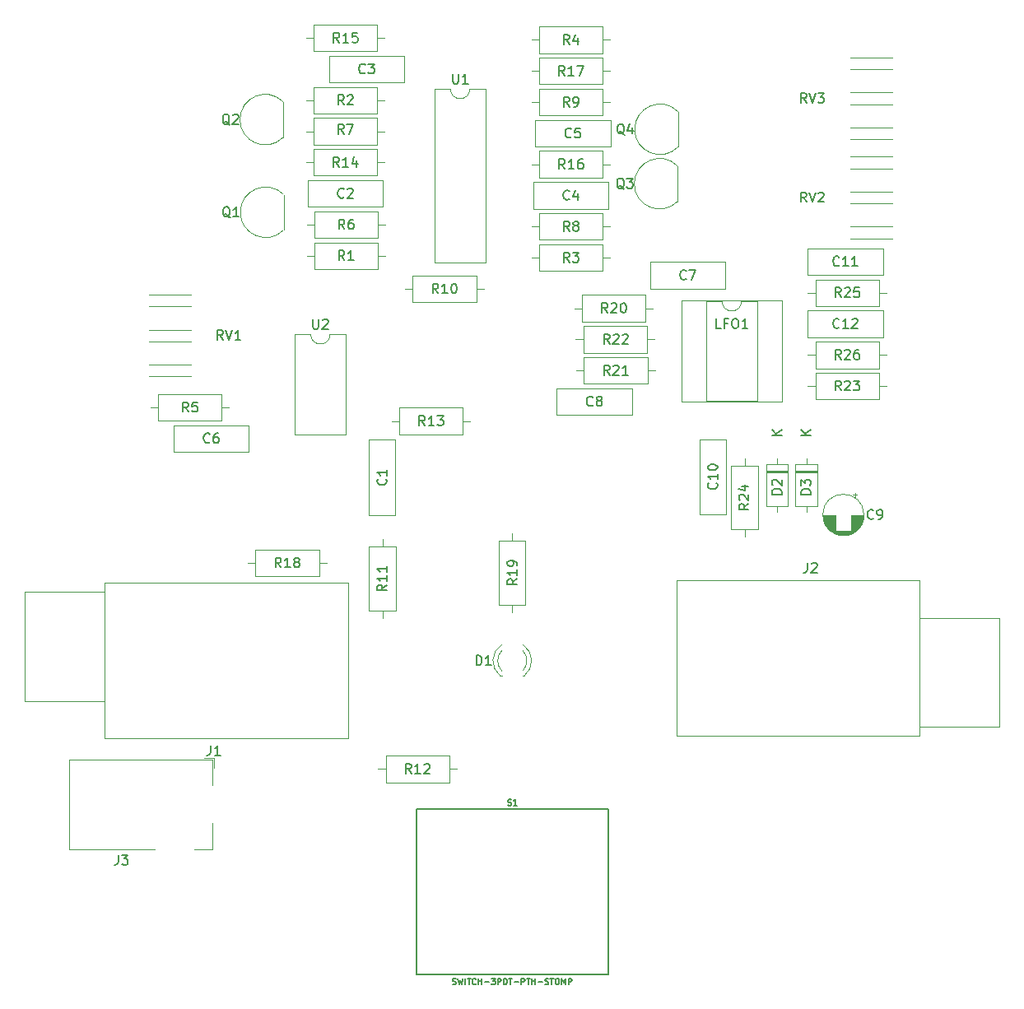
<source format=gbr>
%TF.GenerationSoftware,KiCad,Pcbnew,(6.0.1)*%
%TF.CreationDate,2022-05-04T15:38:42-04:00*%
%TF.ProjectId,phase90plusplus,70686173-6539-4307-906c-7573706c7573,rev?*%
%TF.SameCoordinates,Original*%
%TF.FileFunction,Legend,Top*%
%TF.FilePolarity,Positive*%
%FSLAX46Y46*%
G04 Gerber Fmt 4.6, Leading zero omitted, Abs format (unit mm)*
G04 Created by KiCad (PCBNEW (6.0.1)) date 2022-05-04 15:38:42*
%MOMM*%
%LPD*%
G01*
G04 APERTURE LIST*
%ADD10C,0.150000*%
%ADD11C,0.127000*%
%ADD12C,0.120000*%
%ADD13C,0.203200*%
G04 APERTURE END LIST*
D10*
%TO.C,U2*%
X198248095Y-59722380D02*
X198248095Y-60531904D01*
X198295714Y-60627142D01*
X198343333Y-60674761D01*
X198438571Y-60722380D01*
X198629047Y-60722380D01*
X198724285Y-60674761D01*
X198771904Y-60627142D01*
X198819523Y-60531904D01*
X198819523Y-59722380D01*
X199248095Y-59817619D02*
X199295714Y-59770000D01*
X199390952Y-59722380D01*
X199629047Y-59722380D01*
X199724285Y-59770000D01*
X199771904Y-59817619D01*
X199819523Y-59912857D01*
X199819523Y-60008095D01*
X199771904Y-60150952D01*
X199200476Y-60722380D01*
X199819523Y-60722380D01*
%TO.C,C11*%
X252357142Y-54157142D02*
X252309523Y-54204761D01*
X252166666Y-54252380D01*
X252071428Y-54252380D01*
X251928571Y-54204761D01*
X251833333Y-54109523D01*
X251785714Y-54014285D01*
X251738095Y-53823809D01*
X251738095Y-53680952D01*
X251785714Y-53490476D01*
X251833333Y-53395238D01*
X251928571Y-53300000D01*
X252071428Y-53252380D01*
X252166666Y-53252380D01*
X252309523Y-53300000D01*
X252357142Y-53347619D01*
X253309523Y-54252380D02*
X252738095Y-54252380D01*
X253023809Y-54252380D02*
X253023809Y-53252380D01*
X252928571Y-53395238D01*
X252833333Y-53490476D01*
X252738095Y-53538095D01*
X254261904Y-54252380D02*
X253690476Y-54252380D01*
X253976190Y-54252380D02*
X253976190Y-53252380D01*
X253880952Y-53395238D01*
X253785714Y-53490476D01*
X253690476Y-53538095D01*
%TO.C,D2*%
X246452380Y-77738095D02*
X245452380Y-77738095D01*
X245452380Y-77500000D01*
X245500000Y-77357142D01*
X245595238Y-77261904D01*
X245690476Y-77214285D01*
X245880952Y-77166666D01*
X246023809Y-77166666D01*
X246214285Y-77214285D01*
X246309523Y-77261904D01*
X246404761Y-77357142D01*
X246452380Y-77500000D01*
X246452380Y-77738095D01*
X245547619Y-76785714D02*
X245500000Y-76738095D01*
X245452380Y-76642857D01*
X245452380Y-76404761D01*
X245500000Y-76309523D01*
X245547619Y-76261904D01*
X245642857Y-76214285D01*
X245738095Y-76214285D01*
X245880952Y-76261904D01*
X246452380Y-76833333D01*
X246452380Y-76214285D01*
X246452380Y-71661904D02*
X245452380Y-71661904D01*
X246452380Y-71090476D02*
X245880952Y-71519047D01*
X245452380Y-71090476D02*
X246023809Y-71661904D01*
%TO.C,C10*%
X239757142Y-76572857D02*
X239804761Y-76620476D01*
X239852380Y-76763333D01*
X239852380Y-76858571D01*
X239804761Y-77001428D01*
X239709523Y-77096666D01*
X239614285Y-77144285D01*
X239423809Y-77191904D01*
X239280952Y-77191904D01*
X239090476Y-77144285D01*
X238995238Y-77096666D01*
X238900000Y-77001428D01*
X238852380Y-76858571D01*
X238852380Y-76763333D01*
X238900000Y-76620476D01*
X238947619Y-76572857D01*
X239852380Y-75620476D02*
X239852380Y-76191904D01*
X239852380Y-75906190D02*
X238852380Y-75906190D01*
X238995238Y-76001428D01*
X239090476Y-76096666D01*
X239138095Y-76191904D01*
X238852380Y-75001428D02*
X238852380Y-74906190D01*
X238900000Y-74810952D01*
X238947619Y-74763333D01*
X239042857Y-74715714D01*
X239233333Y-74668095D01*
X239471428Y-74668095D01*
X239661904Y-74715714D01*
X239757142Y-74763333D01*
X239804761Y-74810952D01*
X239852380Y-74906190D01*
X239852380Y-75001428D01*
X239804761Y-75096666D01*
X239757142Y-75144285D01*
X239661904Y-75191904D01*
X239471428Y-75239523D01*
X239233333Y-75239523D01*
X239042857Y-75191904D01*
X238947619Y-75144285D01*
X238900000Y-75096666D01*
X238852380Y-75001428D01*
%TO.C,R15*%
X200957142Y-31252380D02*
X200623809Y-30776190D01*
X200385714Y-31252380D02*
X200385714Y-30252380D01*
X200766666Y-30252380D01*
X200861904Y-30300000D01*
X200909523Y-30347619D01*
X200957142Y-30442857D01*
X200957142Y-30585714D01*
X200909523Y-30680952D01*
X200861904Y-30728571D01*
X200766666Y-30776190D01*
X200385714Y-30776190D01*
X201909523Y-31252380D02*
X201338095Y-31252380D01*
X201623809Y-31252380D02*
X201623809Y-30252380D01*
X201528571Y-30395238D01*
X201433333Y-30490476D01*
X201338095Y-30538095D01*
X202814285Y-30252380D02*
X202338095Y-30252380D01*
X202290476Y-30728571D01*
X202338095Y-30680952D01*
X202433333Y-30633333D01*
X202671428Y-30633333D01*
X202766666Y-30680952D01*
X202814285Y-30728571D01*
X202861904Y-30823809D01*
X202861904Y-31061904D01*
X202814285Y-31157142D01*
X202766666Y-31204761D01*
X202671428Y-31252380D01*
X202433333Y-31252380D01*
X202338095Y-31204761D01*
X202290476Y-31157142D01*
D11*
%TO.C,S1*%
X218285542Y-109702742D02*
X218372628Y-109731771D01*
X218517771Y-109731771D01*
X218575828Y-109702742D01*
X218604857Y-109673714D01*
X218633885Y-109615657D01*
X218633885Y-109557600D01*
X218604857Y-109499542D01*
X218575828Y-109470514D01*
X218517771Y-109441485D01*
X218401657Y-109412457D01*
X218343600Y-109383428D01*
X218314571Y-109354400D01*
X218285542Y-109296342D01*
X218285542Y-109238285D01*
X218314571Y-109180228D01*
X218343600Y-109151200D01*
X218401657Y-109122171D01*
X218546800Y-109122171D01*
X218633885Y-109151200D01*
X219214457Y-109731771D02*
X218866114Y-109731771D01*
X219040285Y-109731771D02*
X219040285Y-109122171D01*
X218982228Y-109209257D01*
X218924171Y-109267314D01*
X218866114Y-109296342D01*
X212610457Y-128117742D02*
X212697542Y-128146771D01*
X212842685Y-128146771D01*
X212900742Y-128117742D01*
X212929771Y-128088714D01*
X212958800Y-128030657D01*
X212958800Y-127972600D01*
X212929771Y-127914542D01*
X212900742Y-127885514D01*
X212842685Y-127856485D01*
X212726571Y-127827457D01*
X212668514Y-127798428D01*
X212639485Y-127769400D01*
X212610457Y-127711342D01*
X212610457Y-127653285D01*
X212639485Y-127595228D01*
X212668514Y-127566200D01*
X212726571Y-127537171D01*
X212871714Y-127537171D01*
X212958800Y-127566200D01*
X213162000Y-127537171D02*
X213307142Y-128146771D01*
X213423257Y-127711342D01*
X213539371Y-128146771D01*
X213684514Y-127537171D01*
X213916742Y-128146771D02*
X213916742Y-127537171D01*
X214119942Y-127537171D02*
X214468285Y-127537171D01*
X214294114Y-128146771D02*
X214294114Y-127537171D01*
X215019828Y-128088714D02*
X214990800Y-128117742D01*
X214903714Y-128146771D01*
X214845657Y-128146771D01*
X214758571Y-128117742D01*
X214700514Y-128059685D01*
X214671485Y-128001628D01*
X214642457Y-127885514D01*
X214642457Y-127798428D01*
X214671485Y-127682314D01*
X214700514Y-127624257D01*
X214758571Y-127566200D01*
X214845657Y-127537171D01*
X214903714Y-127537171D01*
X214990800Y-127566200D01*
X215019828Y-127595228D01*
X215281085Y-128146771D02*
X215281085Y-127537171D01*
X215281085Y-127827457D02*
X215629428Y-127827457D01*
X215629428Y-128146771D02*
X215629428Y-127537171D01*
X215919714Y-127914542D02*
X216384171Y-127914542D01*
X216616400Y-127537171D02*
X216993771Y-127537171D01*
X216790571Y-127769400D01*
X216877657Y-127769400D01*
X216935714Y-127798428D01*
X216964742Y-127827457D01*
X216993771Y-127885514D01*
X216993771Y-128030657D01*
X216964742Y-128088714D01*
X216935714Y-128117742D01*
X216877657Y-128146771D01*
X216703485Y-128146771D01*
X216645428Y-128117742D01*
X216616400Y-128088714D01*
X217255028Y-128146771D02*
X217255028Y-127537171D01*
X217487257Y-127537171D01*
X217545314Y-127566200D01*
X217574342Y-127595228D01*
X217603371Y-127653285D01*
X217603371Y-127740371D01*
X217574342Y-127798428D01*
X217545314Y-127827457D01*
X217487257Y-127856485D01*
X217255028Y-127856485D01*
X217864628Y-128146771D02*
X217864628Y-127537171D01*
X218009771Y-127537171D01*
X218096857Y-127566200D01*
X218154914Y-127624257D01*
X218183942Y-127682314D01*
X218212971Y-127798428D01*
X218212971Y-127885514D01*
X218183942Y-128001628D01*
X218154914Y-128059685D01*
X218096857Y-128117742D01*
X218009771Y-128146771D01*
X217864628Y-128146771D01*
X218387142Y-127537171D02*
X218735485Y-127537171D01*
X218561314Y-128146771D02*
X218561314Y-127537171D01*
X218938685Y-127914542D02*
X219403142Y-127914542D01*
X219693428Y-128146771D02*
X219693428Y-127537171D01*
X219925657Y-127537171D01*
X219983714Y-127566200D01*
X220012742Y-127595228D01*
X220041771Y-127653285D01*
X220041771Y-127740371D01*
X220012742Y-127798428D01*
X219983714Y-127827457D01*
X219925657Y-127856485D01*
X219693428Y-127856485D01*
X220215942Y-127537171D02*
X220564285Y-127537171D01*
X220390114Y-128146771D02*
X220390114Y-127537171D01*
X220767485Y-128146771D02*
X220767485Y-127537171D01*
X220767485Y-127827457D02*
X221115828Y-127827457D01*
X221115828Y-128146771D02*
X221115828Y-127537171D01*
X221406114Y-127914542D02*
X221870571Y-127914542D01*
X222131828Y-128117742D02*
X222218914Y-128146771D01*
X222364057Y-128146771D01*
X222422114Y-128117742D01*
X222451142Y-128088714D01*
X222480171Y-128030657D01*
X222480171Y-127972600D01*
X222451142Y-127914542D01*
X222422114Y-127885514D01*
X222364057Y-127856485D01*
X222247942Y-127827457D01*
X222189885Y-127798428D01*
X222160857Y-127769400D01*
X222131828Y-127711342D01*
X222131828Y-127653285D01*
X222160857Y-127595228D01*
X222189885Y-127566200D01*
X222247942Y-127537171D01*
X222393085Y-127537171D01*
X222480171Y-127566200D01*
X222654342Y-127537171D02*
X223002685Y-127537171D01*
X222828514Y-128146771D02*
X222828514Y-127537171D01*
X223322000Y-127537171D02*
X223438114Y-127537171D01*
X223496171Y-127566200D01*
X223554228Y-127624257D01*
X223583257Y-127740371D01*
X223583257Y-127943571D01*
X223554228Y-128059685D01*
X223496171Y-128117742D01*
X223438114Y-128146771D01*
X223322000Y-128146771D01*
X223263942Y-128117742D01*
X223205885Y-128059685D01*
X223176857Y-127943571D01*
X223176857Y-127740371D01*
X223205885Y-127624257D01*
X223263942Y-127566200D01*
X223322000Y-127537171D01*
X223844514Y-128146771D02*
X223844514Y-127537171D01*
X224047714Y-127972600D01*
X224250914Y-127537171D01*
X224250914Y-128146771D01*
X224541200Y-128146771D02*
X224541200Y-127537171D01*
X224773428Y-127537171D01*
X224831485Y-127566200D01*
X224860514Y-127595228D01*
X224889542Y-127653285D01*
X224889542Y-127740371D01*
X224860514Y-127798428D01*
X224831485Y-127827457D01*
X224773428Y-127856485D01*
X224541200Y-127856485D01*
D10*
%TO.C,C3*%
X203613333Y-34357142D02*
X203565714Y-34404761D01*
X203422857Y-34452380D01*
X203327619Y-34452380D01*
X203184761Y-34404761D01*
X203089523Y-34309523D01*
X203041904Y-34214285D01*
X202994285Y-34023809D01*
X202994285Y-33880952D01*
X203041904Y-33690476D01*
X203089523Y-33595238D01*
X203184761Y-33500000D01*
X203327619Y-33452380D01*
X203422857Y-33452380D01*
X203565714Y-33500000D01*
X203613333Y-33547619D01*
X203946666Y-33452380D02*
X204565714Y-33452380D01*
X204232380Y-33833333D01*
X204375238Y-33833333D01*
X204470476Y-33880952D01*
X204518095Y-33928571D01*
X204565714Y-34023809D01*
X204565714Y-34261904D01*
X204518095Y-34357142D01*
X204470476Y-34404761D01*
X204375238Y-34452380D01*
X204089523Y-34452380D01*
X203994285Y-34404761D01*
X203946666Y-34357142D01*
%TO.C,R2*%
X201433333Y-37652380D02*
X201100000Y-37176190D01*
X200861904Y-37652380D02*
X200861904Y-36652380D01*
X201242857Y-36652380D01*
X201338095Y-36700000D01*
X201385714Y-36747619D01*
X201433333Y-36842857D01*
X201433333Y-36985714D01*
X201385714Y-37080952D01*
X201338095Y-37128571D01*
X201242857Y-37176190D01*
X200861904Y-37176190D01*
X201814285Y-36747619D02*
X201861904Y-36700000D01*
X201957142Y-36652380D01*
X202195238Y-36652380D01*
X202290476Y-36700000D01*
X202338095Y-36747619D01*
X202385714Y-36842857D01*
X202385714Y-36938095D01*
X202338095Y-37080952D01*
X201766666Y-37652380D01*
X202385714Y-37652380D01*
%TO.C,R7*%
X201413333Y-40652380D02*
X201080000Y-40176190D01*
X200841904Y-40652380D02*
X200841904Y-39652380D01*
X201222857Y-39652380D01*
X201318095Y-39700000D01*
X201365714Y-39747619D01*
X201413333Y-39842857D01*
X201413333Y-39985714D01*
X201365714Y-40080952D01*
X201318095Y-40128571D01*
X201222857Y-40176190D01*
X200841904Y-40176190D01*
X201746666Y-39652380D02*
X202413333Y-39652380D01*
X201984761Y-40652380D01*
%TO.C,C2*%
X201433333Y-47157142D02*
X201385714Y-47204761D01*
X201242857Y-47252380D01*
X201147619Y-47252380D01*
X201004761Y-47204761D01*
X200909523Y-47109523D01*
X200861904Y-47014285D01*
X200814285Y-46823809D01*
X200814285Y-46680952D01*
X200861904Y-46490476D01*
X200909523Y-46395238D01*
X201004761Y-46300000D01*
X201147619Y-46252380D01*
X201242857Y-46252380D01*
X201385714Y-46300000D01*
X201433333Y-46347619D01*
X201814285Y-46347619D02*
X201861904Y-46300000D01*
X201957142Y-46252380D01*
X202195238Y-46252380D01*
X202290476Y-46300000D01*
X202338095Y-46347619D01*
X202385714Y-46442857D01*
X202385714Y-46538095D01*
X202338095Y-46680952D01*
X201766666Y-47252380D01*
X202385714Y-47252380D01*
%TO.C,C5*%
X224813333Y-40957142D02*
X224765714Y-41004761D01*
X224622857Y-41052380D01*
X224527619Y-41052380D01*
X224384761Y-41004761D01*
X224289523Y-40909523D01*
X224241904Y-40814285D01*
X224194285Y-40623809D01*
X224194285Y-40480952D01*
X224241904Y-40290476D01*
X224289523Y-40195238D01*
X224384761Y-40100000D01*
X224527619Y-40052380D01*
X224622857Y-40052380D01*
X224765714Y-40100000D01*
X224813333Y-40147619D01*
X225718095Y-40052380D02*
X225241904Y-40052380D01*
X225194285Y-40528571D01*
X225241904Y-40480952D01*
X225337142Y-40433333D01*
X225575238Y-40433333D01*
X225670476Y-40480952D01*
X225718095Y-40528571D01*
X225765714Y-40623809D01*
X225765714Y-40861904D01*
X225718095Y-40957142D01*
X225670476Y-41004761D01*
X225575238Y-41052380D01*
X225337142Y-41052380D01*
X225241904Y-41004761D01*
X225194285Y-40957142D01*
%TO.C,Q3*%
X230244761Y-46332619D02*
X230149523Y-46285000D01*
X230054285Y-46189761D01*
X229911428Y-46046904D01*
X229816190Y-45999285D01*
X229720952Y-45999285D01*
X229768571Y-46237380D02*
X229673333Y-46189761D01*
X229578095Y-46094523D01*
X229530476Y-45904047D01*
X229530476Y-45570714D01*
X229578095Y-45380238D01*
X229673333Y-45285000D01*
X229768571Y-45237380D01*
X229959047Y-45237380D01*
X230054285Y-45285000D01*
X230149523Y-45380238D01*
X230197142Y-45570714D01*
X230197142Y-45904047D01*
X230149523Y-46094523D01*
X230054285Y-46189761D01*
X229959047Y-46237380D01*
X229768571Y-46237380D01*
X230530476Y-45237380D02*
X231149523Y-45237380D01*
X230816190Y-45618333D01*
X230959047Y-45618333D01*
X231054285Y-45665952D01*
X231101904Y-45713571D01*
X231149523Y-45808809D01*
X231149523Y-46046904D01*
X231101904Y-46142142D01*
X231054285Y-46189761D01*
X230959047Y-46237380D01*
X230673333Y-46237380D01*
X230578095Y-46189761D01*
X230530476Y-46142142D01*
%TO.C,RV1*%
X189004761Y-61852380D02*
X188671428Y-61376190D01*
X188433333Y-61852380D02*
X188433333Y-60852380D01*
X188814285Y-60852380D01*
X188909523Y-60900000D01*
X188957142Y-60947619D01*
X189004761Y-61042857D01*
X189004761Y-61185714D01*
X188957142Y-61280952D01*
X188909523Y-61328571D01*
X188814285Y-61376190D01*
X188433333Y-61376190D01*
X189290476Y-60852380D02*
X189623809Y-61852380D01*
X189957142Y-60852380D01*
X190814285Y-61852380D02*
X190242857Y-61852380D01*
X190528571Y-61852380D02*
X190528571Y-60852380D01*
X190433333Y-60995238D01*
X190338095Y-61090476D01*
X190242857Y-61138095D01*
%TO.C,R21*%
X228757142Y-65452380D02*
X228423809Y-64976190D01*
X228185714Y-65452380D02*
X228185714Y-64452380D01*
X228566666Y-64452380D01*
X228661904Y-64500000D01*
X228709523Y-64547619D01*
X228757142Y-64642857D01*
X228757142Y-64785714D01*
X228709523Y-64880952D01*
X228661904Y-64928571D01*
X228566666Y-64976190D01*
X228185714Y-64976190D01*
X229138095Y-64547619D02*
X229185714Y-64500000D01*
X229280952Y-64452380D01*
X229519047Y-64452380D01*
X229614285Y-64500000D01*
X229661904Y-64547619D01*
X229709523Y-64642857D01*
X229709523Y-64738095D01*
X229661904Y-64880952D01*
X229090476Y-65452380D01*
X229709523Y-65452380D01*
X230661904Y-65452380D02*
X230090476Y-65452380D01*
X230376190Y-65452380D02*
X230376190Y-64452380D01*
X230280952Y-64595238D01*
X230185714Y-64690476D01*
X230090476Y-64738095D01*
%TO.C,R8*%
X224633333Y-50652380D02*
X224300000Y-50176190D01*
X224061904Y-50652380D02*
X224061904Y-49652380D01*
X224442857Y-49652380D01*
X224538095Y-49700000D01*
X224585714Y-49747619D01*
X224633333Y-49842857D01*
X224633333Y-49985714D01*
X224585714Y-50080952D01*
X224538095Y-50128571D01*
X224442857Y-50176190D01*
X224061904Y-50176190D01*
X225204761Y-50080952D02*
X225109523Y-50033333D01*
X225061904Y-49985714D01*
X225014285Y-49890476D01*
X225014285Y-49842857D01*
X225061904Y-49747619D01*
X225109523Y-49700000D01*
X225204761Y-49652380D01*
X225395238Y-49652380D01*
X225490476Y-49700000D01*
X225538095Y-49747619D01*
X225585714Y-49842857D01*
X225585714Y-49890476D01*
X225538095Y-49985714D01*
X225490476Y-50033333D01*
X225395238Y-50080952D01*
X225204761Y-50080952D01*
X225109523Y-50128571D01*
X225061904Y-50176190D01*
X225014285Y-50271428D01*
X225014285Y-50461904D01*
X225061904Y-50557142D01*
X225109523Y-50604761D01*
X225204761Y-50652380D01*
X225395238Y-50652380D01*
X225490476Y-50604761D01*
X225538095Y-50557142D01*
X225585714Y-50461904D01*
X225585714Y-50271428D01*
X225538095Y-50176190D01*
X225490476Y-50128571D01*
X225395238Y-50080952D01*
%TO.C,R22*%
X228757142Y-62252380D02*
X228423809Y-61776190D01*
X228185714Y-62252380D02*
X228185714Y-61252380D01*
X228566666Y-61252380D01*
X228661904Y-61300000D01*
X228709523Y-61347619D01*
X228757142Y-61442857D01*
X228757142Y-61585714D01*
X228709523Y-61680952D01*
X228661904Y-61728571D01*
X228566666Y-61776190D01*
X228185714Y-61776190D01*
X229138095Y-61347619D02*
X229185714Y-61300000D01*
X229280952Y-61252380D01*
X229519047Y-61252380D01*
X229614285Y-61300000D01*
X229661904Y-61347619D01*
X229709523Y-61442857D01*
X229709523Y-61538095D01*
X229661904Y-61680952D01*
X229090476Y-62252380D01*
X229709523Y-62252380D01*
X230090476Y-61347619D02*
X230138095Y-61300000D01*
X230233333Y-61252380D01*
X230471428Y-61252380D01*
X230566666Y-61300000D01*
X230614285Y-61347619D01*
X230661904Y-61442857D01*
X230661904Y-61538095D01*
X230614285Y-61680952D01*
X230042857Y-62252380D01*
X230661904Y-62252380D01*
%TO.C,J1*%
X187716666Y-103587380D02*
X187716666Y-104301666D01*
X187669047Y-104444523D01*
X187573809Y-104539761D01*
X187430952Y-104587380D01*
X187335714Y-104587380D01*
X188716666Y-104587380D02*
X188145238Y-104587380D01*
X188430952Y-104587380D02*
X188430952Y-103587380D01*
X188335714Y-103730238D01*
X188240476Y-103825476D01*
X188145238Y-103873095D01*
%TO.C,R17*%
X224137142Y-34652380D02*
X223803809Y-34176190D01*
X223565714Y-34652380D02*
X223565714Y-33652380D01*
X223946666Y-33652380D01*
X224041904Y-33700000D01*
X224089523Y-33747619D01*
X224137142Y-33842857D01*
X224137142Y-33985714D01*
X224089523Y-34080952D01*
X224041904Y-34128571D01*
X223946666Y-34176190D01*
X223565714Y-34176190D01*
X225089523Y-34652380D02*
X224518095Y-34652380D01*
X224803809Y-34652380D02*
X224803809Y-33652380D01*
X224708571Y-33795238D01*
X224613333Y-33890476D01*
X224518095Y-33938095D01*
X225422857Y-33652380D02*
X226089523Y-33652380D01*
X225660952Y-34652380D01*
%TO.C,Q1*%
X189724761Y-49262619D02*
X189629523Y-49215000D01*
X189534285Y-49119761D01*
X189391428Y-48976904D01*
X189296190Y-48929285D01*
X189200952Y-48929285D01*
X189248571Y-49167380D02*
X189153333Y-49119761D01*
X189058095Y-49024523D01*
X189010476Y-48834047D01*
X189010476Y-48500714D01*
X189058095Y-48310238D01*
X189153333Y-48215000D01*
X189248571Y-48167380D01*
X189439047Y-48167380D01*
X189534285Y-48215000D01*
X189629523Y-48310238D01*
X189677142Y-48500714D01*
X189677142Y-48834047D01*
X189629523Y-49024523D01*
X189534285Y-49119761D01*
X189439047Y-49167380D01*
X189248571Y-49167380D01*
X190629523Y-49167380D02*
X190058095Y-49167380D01*
X190343809Y-49167380D02*
X190343809Y-48167380D01*
X190248571Y-48310238D01*
X190153333Y-48405476D01*
X190058095Y-48453095D01*
%TO.C,C8*%
X227033333Y-68557142D02*
X226985714Y-68604761D01*
X226842857Y-68652380D01*
X226747619Y-68652380D01*
X226604761Y-68604761D01*
X226509523Y-68509523D01*
X226461904Y-68414285D01*
X226414285Y-68223809D01*
X226414285Y-68080952D01*
X226461904Y-67890476D01*
X226509523Y-67795238D01*
X226604761Y-67700000D01*
X226747619Y-67652380D01*
X226842857Y-67652380D01*
X226985714Y-67700000D01*
X227033333Y-67747619D01*
X227604761Y-68080952D02*
X227509523Y-68033333D01*
X227461904Y-67985714D01*
X227414285Y-67890476D01*
X227414285Y-67842857D01*
X227461904Y-67747619D01*
X227509523Y-67700000D01*
X227604761Y-67652380D01*
X227795238Y-67652380D01*
X227890476Y-67700000D01*
X227938095Y-67747619D01*
X227985714Y-67842857D01*
X227985714Y-67890476D01*
X227938095Y-67985714D01*
X227890476Y-68033333D01*
X227795238Y-68080952D01*
X227604761Y-68080952D01*
X227509523Y-68128571D01*
X227461904Y-68176190D01*
X227414285Y-68271428D01*
X227414285Y-68461904D01*
X227461904Y-68557142D01*
X227509523Y-68604761D01*
X227604761Y-68652380D01*
X227795238Y-68652380D01*
X227890476Y-68604761D01*
X227938095Y-68557142D01*
X227985714Y-68461904D01*
X227985714Y-68271428D01*
X227938095Y-68176190D01*
X227890476Y-68128571D01*
X227795238Y-68080952D01*
%TO.C,R1*%
X201493333Y-53652380D02*
X201160000Y-53176190D01*
X200921904Y-53652380D02*
X200921904Y-52652380D01*
X201302857Y-52652380D01*
X201398095Y-52700000D01*
X201445714Y-52747619D01*
X201493333Y-52842857D01*
X201493333Y-52985714D01*
X201445714Y-53080952D01*
X201398095Y-53128571D01*
X201302857Y-53176190D01*
X200921904Y-53176190D01*
X202445714Y-53652380D02*
X201874285Y-53652380D01*
X202160000Y-53652380D02*
X202160000Y-52652380D01*
X202064761Y-52795238D01*
X201969523Y-52890476D01*
X201874285Y-52938095D01*
%TO.C,C9*%
X255883333Y-80207142D02*
X255835714Y-80254761D01*
X255692857Y-80302380D01*
X255597619Y-80302380D01*
X255454761Y-80254761D01*
X255359523Y-80159523D01*
X255311904Y-80064285D01*
X255264285Y-79873809D01*
X255264285Y-79730952D01*
X255311904Y-79540476D01*
X255359523Y-79445238D01*
X255454761Y-79350000D01*
X255597619Y-79302380D01*
X255692857Y-79302380D01*
X255835714Y-79350000D01*
X255883333Y-79397619D01*
X256359523Y-80302380D02*
X256550000Y-80302380D01*
X256645238Y-80254761D01*
X256692857Y-80207142D01*
X256788095Y-80064285D01*
X256835714Y-79873809D01*
X256835714Y-79492857D01*
X256788095Y-79397619D01*
X256740476Y-79350000D01*
X256645238Y-79302380D01*
X256454761Y-79302380D01*
X256359523Y-79350000D01*
X256311904Y-79397619D01*
X256264285Y-79492857D01*
X256264285Y-79730952D01*
X256311904Y-79826190D01*
X256359523Y-79873809D01*
X256454761Y-79921428D01*
X256645238Y-79921428D01*
X256740476Y-79873809D01*
X256788095Y-79826190D01*
X256835714Y-79730952D01*
%TO.C,R20*%
X228557142Y-59052380D02*
X228223809Y-58576190D01*
X227985714Y-59052380D02*
X227985714Y-58052380D01*
X228366666Y-58052380D01*
X228461904Y-58100000D01*
X228509523Y-58147619D01*
X228557142Y-58242857D01*
X228557142Y-58385714D01*
X228509523Y-58480952D01*
X228461904Y-58528571D01*
X228366666Y-58576190D01*
X227985714Y-58576190D01*
X228938095Y-58147619D02*
X228985714Y-58100000D01*
X229080952Y-58052380D01*
X229319047Y-58052380D01*
X229414285Y-58100000D01*
X229461904Y-58147619D01*
X229509523Y-58242857D01*
X229509523Y-58338095D01*
X229461904Y-58480952D01*
X228890476Y-59052380D01*
X229509523Y-59052380D01*
X230128571Y-58052380D02*
X230223809Y-58052380D01*
X230319047Y-58100000D01*
X230366666Y-58147619D01*
X230414285Y-58242857D01*
X230461904Y-58433333D01*
X230461904Y-58671428D01*
X230414285Y-58861904D01*
X230366666Y-58957142D01*
X230319047Y-59004761D01*
X230223809Y-59052380D01*
X230128571Y-59052380D01*
X230033333Y-59004761D01*
X229985714Y-58957142D01*
X229938095Y-58861904D01*
X229890476Y-58671428D01*
X229890476Y-58433333D01*
X229938095Y-58242857D01*
X229985714Y-58147619D01*
X230033333Y-58100000D01*
X230128571Y-58052380D01*
%TO.C,R12*%
X208357142Y-106452380D02*
X208023809Y-105976190D01*
X207785714Y-106452380D02*
X207785714Y-105452380D01*
X208166666Y-105452380D01*
X208261904Y-105500000D01*
X208309523Y-105547619D01*
X208357142Y-105642857D01*
X208357142Y-105785714D01*
X208309523Y-105880952D01*
X208261904Y-105928571D01*
X208166666Y-105976190D01*
X207785714Y-105976190D01*
X209309523Y-106452380D02*
X208738095Y-106452380D01*
X209023809Y-106452380D02*
X209023809Y-105452380D01*
X208928571Y-105595238D01*
X208833333Y-105690476D01*
X208738095Y-105738095D01*
X209690476Y-105547619D02*
X209738095Y-105500000D01*
X209833333Y-105452380D01*
X210071428Y-105452380D01*
X210166666Y-105500000D01*
X210214285Y-105547619D01*
X210261904Y-105642857D01*
X210261904Y-105738095D01*
X210214285Y-105880952D01*
X209642857Y-106452380D01*
X210261904Y-106452380D01*
%TO.C,R26*%
X252557142Y-63852380D02*
X252223809Y-63376190D01*
X251985714Y-63852380D02*
X251985714Y-62852380D01*
X252366666Y-62852380D01*
X252461904Y-62900000D01*
X252509523Y-62947619D01*
X252557142Y-63042857D01*
X252557142Y-63185714D01*
X252509523Y-63280952D01*
X252461904Y-63328571D01*
X252366666Y-63376190D01*
X251985714Y-63376190D01*
X252938095Y-62947619D02*
X252985714Y-62900000D01*
X253080952Y-62852380D01*
X253319047Y-62852380D01*
X253414285Y-62900000D01*
X253461904Y-62947619D01*
X253509523Y-63042857D01*
X253509523Y-63138095D01*
X253461904Y-63280952D01*
X252890476Y-63852380D01*
X253509523Y-63852380D01*
X254366666Y-62852380D02*
X254176190Y-62852380D01*
X254080952Y-62900000D01*
X254033333Y-62947619D01*
X253938095Y-63090476D01*
X253890476Y-63280952D01*
X253890476Y-63661904D01*
X253938095Y-63757142D01*
X253985714Y-63804761D01*
X254080952Y-63852380D01*
X254271428Y-63852380D01*
X254366666Y-63804761D01*
X254414285Y-63757142D01*
X254461904Y-63661904D01*
X254461904Y-63423809D01*
X254414285Y-63328571D01*
X254366666Y-63280952D01*
X254271428Y-63233333D01*
X254080952Y-63233333D01*
X253985714Y-63280952D01*
X253938095Y-63328571D01*
X253890476Y-63423809D01*
%TO.C,RV2*%
X249004761Y-47652380D02*
X248671428Y-47176190D01*
X248433333Y-47652380D02*
X248433333Y-46652380D01*
X248814285Y-46652380D01*
X248909523Y-46700000D01*
X248957142Y-46747619D01*
X249004761Y-46842857D01*
X249004761Y-46985714D01*
X248957142Y-47080952D01*
X248909523Y-47128571D01*
X248814285Y-47176190D01*
X248433333Y-47176190D01*
X249290476Y-46652380D02*
X249623809Y-47652380D01*
X249957142Y-46652380D01*
X250242857Y-46747619D02*
X250290476Y-46700000D01*
X250385714Y-46652380D01*
X250623809Y-46652380D01*
X250719047Y-46700000D01*
X250766666Y-46747619D01*
X250814285Y-46842857D01*
X250814285Y-46938095D01*
X250766666Y-47080952D01*
X250195238Y-47652380D01*
X250814285Y-47652380D01*
%TO.C,Q2*%
X189684761Y-39732619D02*
X189589523Y-39685000D01*
X189494285Y-39589761D01*
X189351428Y-39446904D01*
X189256190Y-39399285D01*
X189160952Y-39399285D01*
X189208571Y-39637380D02*
X189113333Y-39589761D01*
X189018095Y-39494523D01*
X188970476Y-39304047D01*
X188970476Y-38970714D01*
X189018095Y-38780238D01*
X189113333Y-38685000D01*
X189208571Y-38637380D01*
X189399047Y-38637380D01*
X189494285Y-38685000D01*
X189589523Y-38780238D01*
X189637142Y-38970714D01*
X189637142Y-39304047D01*
X189589523Y-39494523D01*
X189494285Y-39589761D01*
X189399047Y-39637380D01*
X189208571Y-39637380D01*
X190018095Y-38732619D02*
X190065714Y-38685000D01*
X190160952Y-38637380D01*
X190399047Y-38637380D01*
X190494285Y-38685000D01*
X190541904Y-38732619D01*
X190589523Y-38827857D01*
X190589523Y-38923095D01*
X190541904Y-39065952D01*
X189970476Y-39637380D01*
X190589523Y-39637380D01*
%TO.C,R23*%
X252557142Y-67052380D02*
X252223809Y-66576190D01*
X251985714Y-67052380D02*
X251985714Y-66052380D01*
X252366666Y-66052380D01*
X252461904Y-66100000D01*
X252509523Y-66147619D01*
X252557142Y-66242857D01*
X252557142Y-66385714D01*
X252509523Y-66480952D01*
X252461904Y-66528571D01*
X252366666Y-66576190D01*
X251985714Y-66576190D01*
X252938095Y-66147619D02*
X252985714Y-66100000D01*
X253080952Y-66052380D01*
X253319047Y-66052380D01*
X253414285Y-66100000D01*
X253461904Y-66147619D01*
X253509523Y-66242857D01*
X253509523Y-66338095D01*
X253461904Y-66480952D01*
X252890476Y-67052380D01*
X253509523Y-67052380D01*
X253842857Y-66052380D02*
X254461904Y-66052380D01*
X254128571Y-66433333D01*
X254271428Y-66433333D01*
X254366666Y-66480952D01*
X254414285Y-66528571D01*
X254461904Y-66623809D01*
X254461904Y-66861904D01*
X254414285Y-66957142D01*
X254366666Y-67004761D01*
X254271428Y-67052380D01*
X253985714Y-67052380D01*
X253890476Y-67004761D01*
X253842857Y-66957142D01*
%TO.C,J3*%
X178216666Y-114844880D02*
X178216666Y-115559166D01*
X178169047Y-115702023D01*
X178073809Y-115797261D01*
X177930952Y-115844880D01*
X177835714Y-115844880D01*
X178597619Y-114844880D02*
X179216666Y-114844880D01*
X178883333Y-115225833D01*
X179026190Y-115225833D01*
X179121428Y-115273452D01*
X179169047Y-115321071D01*
X179216666Y-115416309D01*
X179216666Y-115654404D01*
X179169047Y-115749642D01*
X179121428Y-115797261D01*
X179026190Y-115844880D01*
X178740476Y-115844880D01*
X178645238Y-115797261D01*
X178597619Y-115749642D01*
%TO.C,R24*%
X243052380Y-78702857D02*
X242576190Y-79036190D01*
X243052380Y-79274285D02*
X242052380Y-79274285D01*
X242052380Y-78893333D01*
X242100000Y-78798095D01*
X242147619Y-78750476D01*
X242242857Y-78702857D01*
X242385714Y-78702857D01*
X242480952Y-78750476D01*
X242528571Y-78798095D01*
X242576190Y-78893333D01*
X242576190Y-79274285D01*
X242147619Y-78321904D02*
X242100000Y-78274285D01*
X242052380Y-78179047D01*
X242052380Y-77940952D01*
X242100000Y-77845714D01*
X242147619Y-77798095D01*
X242242857Y-77750476D01*
X242338095Y-77750476D01*
X242480952Y-77798095D01*
X243052380Y-78369523D01*
X243052380Y-77750476D01*
X242385714Y-76893333D02*
X243052380Y-76893333D01*
X242004761Y-77131428D02*
X242719047Y-77369523D01*
X242719047Y-76750476D01*
%TO.C,D3*%
X249452380Y-77738095D02*
X248452380Y-77738095D01*
X248452380Y-77500000D01*
X248500000Y-77357142D01*
X248595238Y-77261904D01*
X248690476Y-77214285D01*
X248880952Y-77166666D01*
X249023809Y-77166666D01*
X249214285Y-77214285D01*
X249309523Y-77261904D01*
X249404761Y-77357142D01*
X249452380Y-77500000D01*
X249452380Y-77738095D01*
X248452380Y-76833333D02*
X248452380Y-76214285D01*
X248833333Y-76547619D01*
X248833333Y-76404761D01*
X248880952Y-76309523D01*
X248928571Y-76261904D01*
X249023809Y-76214285D01*
X249261904Y-76214285D01*
X249357142Y-76261904D01*
X249404761Y-76309523D01*
X249452380Y-76404761D01*
X249452380Y-76690476D01*
X249404761Y-76785714D01*
X249357142Y-76833333D01*
X249452380Y-71661904D02*
X248452380Y-71661904D01*
X249452380Y-71090476D02*
X248880952Y-71519047D01*
X248452380Y-71090476D02*
X249023809Y-71661904D01*
%TO.C,R25*%
X252557142Y-57452380D02*
X252223809Y-56976190D01*
X251985714Y-57452380D02*
X251985714Y-56452380D01*
X252366666Y-56452380D01*
X252461904Y-56500000D01*
X252509523Y-56547619D01*
X252557142Y-56642857D01*
X252557142Y-56785714D01*
X252509523Y-56880952D01*
X252461904Y-56928571D01*
X252366666Y-56976190D01*
X251985714Y-56976190D01*
X252938095Y-56547619D02*
X252985714Y-56500000D01*
X253080952Y-56452380D01*
X253319047Y-56452380D01*
X253414285Y-56500000D01*
X253461904Y-56547619D01*
X253509523Y-56642857D01*
X253509523Y-56738095D01*
X253461904Y-56880952D01*
X252890476Y-57452380D01*
X253509523Y-57452380D01*
X254414285Y-56452380D02*
X253938095Y-56452380D01*
X253890476Y-56928571D01*
X253938095Y-56880952D01*
X254033333Y-56833333D01*
X254271428Y-56833333D01*
X254366666Y-56880952D01*
X254414285Y-56928571D01*
X254461904Y-57023809D01*
X254461904Y-57261904D01*
X254414285Y-57357142D01*
X254366666Y-57404761D01*
X254271428Y-57452380D01*
X254033333Y-57452380D01*
X253938095Y-57404761D01*
X253890476Y-57357142D01*
%TO.C,C4*%
X224613333Y-47357142D02*
X224565714Y-47404761D01*
X224422857Y-47452380D01*
X224327619Y-47452380D01*
X224184761Y-47404761D01*
X224089523Y-47309523D01*
X224041904Y-47214285D01*
X223994285Y-47023809D01*
X223994285Y-46880952D01*
X224041904Y-46690476D01*
X224089523Y-46595238D01*
X224184761Y-46500000D01*
X224327619Y-46452380D01*
X224422857Y-46452380D01*
X224565714Y-46500000D01*
X224613333Y-46547619D01*
X225470476Y-46785714D02*
X225470476Y-47452380D01*
X225232380Y-46404761D02*
X224994285Y-47119047D01*
X225613333Y-47119047D01*
%TO.C,R5*%
X185433333Y-69252380D02*
X185100000Y-68776190D01*
X184861904Y-69252380D02*
X184861904Y-68252380D01*
X185242857Y-68252380D01*
X185338095Y-68300000D01*
X185385714Y-68347619D01*
X185433333Y-68442857D01*
X185433333Y-68585714D01*
X185385714Y-68680952D01*
X185338095Y-68728571D01*
X185242857Y-68776190D01*
X184861904Y-68776190D01*
X186338095Y-68252380D02*
X185861904Y-68252380D01*
X185814285Y-68728571D01*
X185861904Y-68680952D01*
X185957142Y-68633333D01*
X186195238Y-68633333D01*
X186290476Y-68680952D01*
X186338095Y-68728571D01*
X186385714Y-68823809D01*
X186385714Y-69061904D01*
X186338095Y-69157142D01*
X186290476Y-69204761D01*
X186195238Y-69252380D01*
X185957142Y-69252380D01*
X185861904Y-69204761D01*
X185814285Y-69157142D01*
%TO.C,C12*%
X252357142Y-60557142D02*
X252309523Y-60604761D01*
X252166666Y-60652380D01*
X252071428Y-60652380D01*
X251928571Y-60604761D01*
X251833333Y-60509523D01*
X251785714Y-60414285D01*
X251738095Y-60223809D01*
X251738095Y-60080952D01*
X251785714Y-59890476D01*
X251833333Y-59795238D01*
X251928571Y-59700000D01*
X252071428Y-59652380D01*
X252166666Y-59652380D01*
X252309523Y-59700000D01*
X252357142Y-59747619D01*
X253309523Y-60652380D02*
X252738095Y-60652380D01*
X253023809Y-60652380D02*
X253023809Y-59652380D01*
X252928571Y-59795238D01*
X252833333Y-59890476D01*
X252738095Y-59938095D01*
X253690476Y-59747619D02*
X253738095Y-59700000D01*
X253833333Y-59652380D01*
X254071428Y-59652380D01*
X254166666Y-59700000D01*
X254214285Y-59747619D01*
X254261904Y-59842857D01*
X254261904Y-59938095D01*
X254214285Y-60080952D01*
X253642857Y-60652380D01*
X254261904Y-60652380D01*
%TO.C,J2*%
X249116666Y-84767380D02*
X249116666Y-85481666D01*
X249069047Y-85624523D01*
X248973809Y-85719761D01*
X248830952Y-85767380D01*
X248735714Y-85767380D01*
X249545238Y-84862619D02*
X249592857Y-84815000D01*
X249688095Y-84767380D01*
X249926190Y-84767380D01*
X250021428Y-84815000D01*
X250069047Y-84862619D01*
X250116666Y-84957857D01*
X250116666Y-85053095D01*
X250069047Y-85195952D01*
X249497619Y-85767380D01*
X250116666Y-85767380D01*
%TO.C,R11*%
X205852380Y-87042857D02*
X205376190Y-87376190D01*
X205852380Y-87614285D02*
X204852380Y-87614285D01*
X204852380Y-87233333D01*
X204900000Y-87138095D01*
X204947619Y-87090476D01*
X205042857Y-87042857D01*
X205185714Y-87042857D01*
X205280952Y-87090476D01*
X205328571Y-87138095D01*
X205376190Y-87233333D01*
X205376190Y-87614285D01*
X205852380Y-86090476D02*
X205852380Y-86661904D01*
X205852380Y-86376190D02*
X204852380Y-86376190D01*
X204995238Y-86471428D01*
X205090476Y-86566666D01*
X205138095Y-86661904D01*
X205852380Y-85138095D02*
X205852380Y-85709523D01*
X205852380Y-85423809D02*
X204852380Y-85423809D01*
X204995238Y-85519047D01*
X205090476Y-85614285D01*
X205138095Y-85709523D01*
%TO.C,U1*%
X212628095Y-34482380D02*
X212628095Y-35291904D01*
X212675714Y-35387142D01*
X212723333Y-35434761D01*
X212818571Y-35482380D01*
X213009047Y-35482380D01*
X213104285Y-35434761D01*
X213151904Y-35387142D01*
X213199523Y-35291904D01*
X213199523Y-34482380D01*
X214199523Y-35482380D02*
X213628095Y-35482380D01*
X213913809Y-35482380D02*
X213913809Y-34482380D01*
X213818571Y-34625238D01*
X213723333Y-34720476D01*
X213628095Y-34768095D01*
%TO.C,R16*%
X224157142Y-44252380D02*
X223823809Y-43776190D01*
X223585714Y-44252380D02*
X223585714Y-43252380D01*
X223966666Y-43252380D01*
X224061904Y-43300000D01*
X224109523Y-43347619D01*
X224157142Y-43442857D01*
X224157142Y-43585714D01*
X224109523Y-43680952D01*
X224061904Y-43728571D01*
X223966666Y-43776190D01*
X223585714Y-43776190D01*
X225109523Y-44252380D02*
X224538095Y-44252380D01*
X224823809Y-44252380D02*
X224823809Y-43252380D01*
X224728571Y-43395238D01*
X224633333Y-43490476D01*
X224538095Y-43538095D01*
X225966666Y-43252380D02*
X225776190Y-43252380D01*
X225680952Y-43300000D01*
X225633333Y-43347619D01*
X225538095Y-43490476D01*
X225490476Y-43680952D01*
X225490476Y-44061904D01*
X225538095Y-44157142D01*
X225585714Y-44204761D01*
X225680952Y-44252380D01*
X225871428Y-44252380D01*
X225966666Y-44204761D01*
X226014285Y-44157142D01*
X226061904Y-44061904D01*
X226061904Y-43823809D01*
X226014285Y-43728571D01*
X225966666Y-43680952D01*
X225871428Y-43633333D01*
X225680952Y-43633333D01*
X225585714Y-43680952D01*
X225538095Y-43728571D01*
X225490476Y-43823809D01*
%TO.C,R4*%
X224613333Y-31452380D02*
X224280000Y-30976190D01*
X224041904Y-31452380D02*
X224041904Y-30452380D01*
X224422857Y-30452380D01*
X224518095Y-30500000D01*
X224565714Y-30547619D01*
X224613333Y-30642857D01*
X224613333Y-30785714D01*
X224565714Y-30880952D01*
X224518095Y-30928571D01*
X224422857Y-30976190D01*
X224041904Y-30976190D01*
X225470476Y-30785714D02*
X225470476Y-31452380D01*
X225232380Y-30404761D02*
X224994285Y-31119047D01*
X225613333Y-31119047D01*
%TO.C,LFO1*%
X240210952Y-60652380D02*
X239734761Y-60652380D01*
X239734761Y-59652380D01*
X240877619Y-60128571D02*
X240544285Y-60128571D01*
X240544285Y-60652380D02*
X240544285Y-59652380D01*
X241020476Y-59652380D01*
X241591904Y-59652380D02*
X241782380Y-59652380D01*
X241877619Y-59700000D01*
X241972857Y-59795238D01*
X242020476Y-59985714D01*
X242020476Y-60319047D01*
X241972857Y-60509523D01*
X241877619Y-60604761D01*
X241782380Y-60652380D01*
X241591904Y-60652380D01*
X241496666Y-60604761D01*
X241401428Y-60509523D01*
X241353809Y-60319047D01*
X241353809Y-59985714D01*
X241401428Y-59795238D01*
X241496666Y-59700000D01*
X241591904Y-59652380D01*
X242972857Y-60652380D02*
X242401428Y-60652380D01*
X242687142Y-60652380D02*
X242687142Y-59652380D01*
X242591904Y-59795238D01*
X242496666Y-59890476D01*
X242401428Y-59938095D01*
%TO.C,R18*%
X194957142Y-85252380D02*
X194623809Y-84776190D01*
X194385714Y-85252380D02*
X194385714Y-84252380D01*
X194766666Y-84252380D01*
X194861904Y-84300000D01*
X194909523Y-84347619D01*
X194957142Y-84442857D01*
X194957142Y-84585714D01*
X194909523Y-84680952D01*
X194861904Y-84728571D01*
X194766666Y-84776190D01*
X194385714Y-84776190D01*
X195909523Y-85252380D02*
X195338095Y-85252380D01*
X195623809Y-85252380D02*
X195623809Y-84252380D01*
X195528571Y-84395238D01*
X195433333Y-84490476D01*
X195338095Y-84538095D01*
X196480952Y-84680952D02*
X196385714Y-84633333D01*
X196338095Y-84585714D01*
X196290476Y-84490476D01*
X196290476Y-84442857D01*
X196338095Y-84347619D01*
X196385714Y-84300000D01*
X196480952Y-84252380D01*
X196671428Y-84252380D01*
X196766666Y-84300000D01*
X196814285Y-84347619D01*
X196861904Y-84442857D01*
X196861904Y-84490476D01*
X196814285Y-84585714D01*
X196766666Y-84633333D01*
X196671428Y-84680952D01*
X196480952Y-84680952D01*
X196385714Y-84728571D01*
X196338095Y-84776190D01*
X196290476Y-84871428D01*
X196290476Y-85061904D01*
X196338095Y-85157142D01*
X196385714Y-85204761D01*
X196480952Y-85252380D01*
X196671428Y-85252380D01*
X196766666Y-85204761D01*
X196814285Y-85157142D01*
X196861904Y-85061904D01*
X196861904Y-84871428D01*
X196814285Y-84776190D01*
X196766666Y-84728571D01*
X196671428Y-84680952D01*
%TO.C,R3*%
X224613333Y-53852380D02*
X224280000Y-53376190D01*
X224041904Y-53852380D02*
X224041904Y-52852380D01*
X224422857Y-52852380D01*
X224518095Y-52900000D01*
X224565714Y-52947619D01*
X224613333Y-53042857D01*
X224613333Y-53185714D01*
X224565714Y-53280952D01*
X224518095Y-53328571D01*
X224422857Y-53376190D01*
X224041904Y-53376190D01*
X224946666Y-52852380D02*
X225565714Y-52852380D01*
X225232380Y-53233333D01*
X225375238Y-53233333D01*
X225470476Y-53280952D01*
X225518095Y-53328571D01*
X225565714Y-53423809D01*
X225565714Y-53661904D01*
X225518095Y-53757142D01*
X225470476Y-53804761D01*
X225375238Y-53852380D01*
X225089523Y-53852380D01*
X224994285Y-53804761D01*
X224946666Y-53757142D01*
%TO.C,RV3*%
X249004761Y-37452380D02*
X248671428Y-36976190D01*
X248433333Y-37452380D02*
X248433333Y-36452380D01*
X248814285Y-36452380D01*
X248909523Y-36500000D01*
X248957142Y-36547619D01*
X249004761Y-36642857D01*
X249004761Y-36785714D01*
X248957142Y-36880952D01*
X248909523Y-36928571D01*
X248814285Y-36976190D01*
X248433333Y-36976190D01*
X249290476Y-36452380D02*
X249623809Y-37452380D01*
X249957142Y-36452380D01*
X250195238Y-36452380D02*
X250814285Y-36452380D01*
X250480952Y-36833333D01*
X250623809Y-36833333D01*
X250719047Y-36880952D01*
X250766666Y-36928571D01*
X250814285Y-37023809D01*
X250814285Y-37261904D01*
X250766666Y-37357142D01*
X250719047Y-37404761D01*
X250623809Y-37452380D01*
X250338095Y-37452380D01*
X250242857Y-37404761D01*
X250195238Y-37357142D01*
%TO.C,C7*%
X236633333Y-55557142D02*
X236585714Y-55604761D01*
X236442857Y-55652380D01*
X236347619Y-55652380D01*
X236204761Y-55604761D01*
X236109523Y-55509523D01*
X236061904Y-55414285D01*
X236014285Y-55223809D01*
X236014285Y-55080952D01*
X236061904Y-54890476D01*
X236109523Y-54795238D01*
X236204761Y-54700000D01*
X236347619Y-54652380D01*
X236442857Y-54652380D01*
X236585714Y-54700000D01*
X236633333Y-54747619D01*
X236966666Y-54652380D02*
X237633333Y-54652380D01*
X237204761Y-55652380D01*
%TO.C,R10*%
X211137142Y-57052380D02*
X210803809Y-56576190D01*
X210565714Y-57052380D02*
X210565714Y-56052380D01*
X210946666Y-56052380D01*
X211041904Y-56100000D01*
X211089523Y-56147619D01*
X211137142Y-56242857D01*
X211137142Y-56385714D01*
X211089523Y-56480952D01*
X211041904Y-56528571D01*
X210946666Y-56576190D01*
X210565714Y-56576190D01*
X212089523Y-57052380D02*
X211518095Y-57052380D01*
X211803809Y-57052380D02*
X211803809Y-56052380D01*
X211708571Y-56195238D01*
X211613333Y-56290476D01*
X211518095Y-56338095D01*
X212708571Y-56052380D02*
X212803809Y-56052380D01*
X212899047Y-56100000D01*
X212946666Y-56147619D01*
X212994285Y-56242857D01*
X213041904Y-56433333D01*
X213041904Y-56671428D01*
X212994285Y-56861904D01*
X212946666Y-56957142D01*
X212899047Y-57004761D01*
X212803809Y-57052380D01*
X212708571Y-57052380D01*
X212613333Y-57004761D01*
X212565714Y-56957142D01*
X212518095Y-56861904D01*
X212470476Y-56671428D01*
X212470476Y-56433333D01*
X212518095Y-56242857D01*
X212565714Y-56147619D01*
X212613333Y-56100000D01*
X212708571Y-56052380D01*
%TO.C,R13*%
X209757142Y-70652380D02*
X209423809Y-70176190D01*
X209185714Y-70652380D02*
X209185714Y-69652380D01*
X209566666Y-69652380D01*
X209661904Y-69700000D01*
X209709523Y-69747619D01*
X209757142Y-69842857D01*
X209757142Y-69985714D01*
X209709523Y-70080952D01*
X209661904Y-70128571D01*
X209566666Y-70176190D01*
X209185714Y-70176190D01*
X210709523Y-70652380D02*
X210138095Y-70652380D01*
X210423809Y-70652380D02*
X210423809Y-69652380D01*
X210328571Y-69795238D01*
X210233333Y-69890476D01*
X210138095Y-69938095D01*
X211042857Y-69652380D02*
X211661904Y-69652380D01*
X211328571Y-70033333D01*
X211471428Y-70033333D01*
X211566666Y-70080952D01*
X211614285Y-70128571D01*
X211661904Y-70223809D01*
X211661904Y-70461904D01*
X211614285Y-70557142D01*
X211566666Y-70604761D01*
X211471428Y-70652380D01*
X211185714Y-70652380D01*
X211090476Y-70604761D01*
X211042857Y-70557142D01*
%TO.C,C6*%
X187633333Y-72357142D02*
X187585714Y-72404761D01*
X187442857Y-72452380D01*
X187347619Y-72452380D01*
X187204761Y-72404761D01*
X187109523Y-72309523D01*
X187061904Y-72214285D01*
X187014285Y-72023809D01*
X187014285Y-71880952D01*
X187061904Y-71690476D01*
X187109523Y-71595238D01*
X187204761Y-71500000D01*
X187347619Y-71452380D01*
X187442857Y-71452380D01*
X187585714Y-71500000D01*
X187633333Y-71547619D01*
X188490476Y-71452380D02*
X188300000Y-71452380D01*
X188204761Y-71500000D01*
X188157142Y-71547619D01*
X188061904Y-71690476D01*
X188014285Y-71880952D01*
X188014285Y-72261904D01*
X188061904Y-72357142D01*
X188109523Y-72404761D01*
X188204761Y-72452380D01*
X188395238Y-72452380D01*
X188490476Y-72404761D01*
X188538095Y-72357142D01*
X188585714Y-72261904D01*
X188585714Y-72023809D01*
X188538095Y-71928571D01*
X188490476Y-71880952D01*
X188395238Y-71833333D01*
X188204761Y-71833333D01*
X188109523Y-71880952D01*
X188061904Y-71928571D01*
X188014285Y-72023809D01*
%TO.C,D1*%
X215051904Y-95307380D02*
X215051904Y-94307380D01*
X215290000Y-94307380D01*
X215432857Y-94355000D01*
X215528095Y-94450238D01*
X215575714Y-94545476D01*
X215623333Y-94735952D01*
X215623333Y-94878809D01*
X215575714Y-95069285D01*
X215528095Y-95164523D01*
X215432857Y-95259761D01*
X215290000Y-95307380D01*
X215051904Y-95307380D01*
X216575714Y-95307380D02*
X216004285Y-95307380D01*
X216290000Y-95307380D02*
X216290000Y-94307380D01*
X216194761Y-94450238D01*
X216099523Y-94545476D01*
X216004285Y-94593095D01*
%TO.C,C1*%
X205757142Y-76166666D02*
X205804761Y-76214285D01*
X205852380Y-76357142D01*
X205852380Y-76452380D01*
X205804761Y-76595238D01*
X205709523Y-76690476D01*
X205614285Y-76738095D01*
X205423809Y-76785714D01*
X205280952Y-76785714D01*
X205090476Y-76738095D01*
X204995238Y-76690476D01*
X204900000Y-76595238D01*
X204852380Y-76452380D01*
X204852380Y-76357142D01*
X204900000Y-76214285D01*
X204947619Y-76166666D01*
X205852380Y-75214285D02*
X205852380Y-75785714D01*
X205852380Y-75500000D02*
X204852380Y-75500000D01*
X204995238Y-75595238D01*
X205090476Y-75690476D01*
X205138095Y-75785714D01*
%TO.C,R14*%
X200937142Y-44052380D02*
X200603809Y-43576190D01*
X200365714Y-44052380D02*
X200365714Y-43052380D01*
X200746666Y-43052380D01*
X200841904Y-43100000D01*
X200889523Y-43147619D01*
X200937142Y-43242857D01*
X200937142Y-43385714D01*
X200889523Y-43480952D01*
X200841904Y-43528571D01*
X200746666Y-43576190D01*
X200365714Y-43576190D01*
X201889523Y-44052380D02*
X201318095Y-44052380D01*
X201603809Y-44052380D02*
X201603809Y-43052380D01*
X201508571Y-43195238D01*
X201413333Y-43290476D01*
X201318095Y-43338095D01*
X202746666Y-43385714D02*
X202746666Y-44052380D01*
X202508571Y-43004761D02*
X202270476Y-43719047D01*
X202889523Y-43719047D01*
%TO.C,R19*%
X219252380Y-86442857D02*
X218776190Y-86776190D01*
X219252380Y-87014285D02*
X218252380Y-87014285D01*
X218252380Y-86633333D01*
X218300000Y-86538095D01*
X218347619Y-86490476D01*
X218442857Y-86442857D01*
X218585714Y-86442857D01*
X218680952Y-86490476D01*
X218728571Y-86538095D01*
X218776190Y-86633333D01*
X218776190Y-87014285D01*
X219252380Y-85490476D02*
X219252380Y-86061904D01*
X219252380Y-85776190D02*
X218252380Y-85776190D01*
X218395238Y-85871428D01*
X218490476Y-85966666D01*
X218538095Y-86061904D01*
X219252380Y-85014285D02*
X219252380Y-84823809D01*
X219204761Y-84728571D01*
X219157142Y-84680952D01*
X219014285Y-84585714D01*
X218823809Y-84538095D01*
X218442857Y-84538095D01*
X218347619Y-84585714D01*
X218300000Y-84633333D01*
X218252380Y-84728571D01*
X218252380Y-84919047D01*
X218300000Y-85014285D01*
X218347619Y-85061904D01*
X218442857Y-85109523D01*
X218680952Y-85109523D01*
X218776190Y-85061904D01*
X218823809Y-85014285D01*
X218871428Y-84919047D01*
X218871428Y-84728571D01*
X218823809Y-84633333D01*
X218776190Y-84585714D01*
X218680952Y-84538095D01*
%TO.C,R9*%
X224613333Y-37852380D02*
X224280000Y-37376190D01*
X224041904Y-37852380D02*
X224041904Y-36852380D01*
X224422857Y-36852380D01*
X224518095Y-36900000D01*
X224565714Y-36947619D01*
X224613333Y-37042857D01*
X224613333Y-37185714D01*
X224565714Y-37280952D01*
X224518095Y-37328571D01*
X224422857Y-37376190D01*
X224041904Y-37376190D01*
X225089523Y-37852380D02*
X225280000Y-37852380D01*
X225375238Y-37804761D01*
X225422857Y-37757142D01*
X225518095Y-37614285D01*
X225565714Y-37423809D01*
X225565714Y-37042857D01*
X225518095Y-36947619D01*
X225470476Y-36900000D01*
X225375238Y-36852380D01*
X225184761Y-36852380D01*
X225089523Y-36900000D01*
X225041904Y-36947619D01*
X224994285Y-37042857D01*
X224994285Y-37280952D01*
X225041904Y-37376190D01*
X225089523Y-37423809D01*
X225184761Y-37471428D01*
X225375238Y-37471428D01*
X225470476Y-37423809D01*
X225518095Y-37376190D01*
X225565714Y-37280952D01*
%TO.C,R6*%
X201493333Y-50452380D02*
X201160000Y-49976190D01*
X200921904Y-50452380D02*
X200921904Y-49452380D01*
X201302857Y-49452380D01*
X201398095Y-49500000D01*
X201445714Y-49547619D01*
X201493333Y-49642857D01*
X201493333Y-49785714D01*
X201445714Y-49880952D01*
X201398095Y-49928571D01*
X201302857Y-49976190D01*
X200921904Y-49976190D01*
X202350476Y-49452380D02*
X202160000Y-49452380D01*
X202064761Y-49500000D01*
X202017142Y-49547619D01*
X201921904Y-49690476D01*
X201874285Y-49880952D01*
X201874285Y-50261904D01*
X201921904Y-50357142D01*
X201969523Y-50404761D01*
X202064761Y-50452380D01*
X202255238Y-50452380D01*
X202350476Y-50404761D01*
X202398095Y-50357142D01*
X202445714Y-50261904D01*
X202445714Y-50023809D01*
X202398095Y-49928571D01*
X202350476Y-49880952D01*
X202255238Y-49833333D01*
X202064761Y-49833333D01*
X201969523Y-49880952D01*
X201921904Y-49928571D01*
X201874285Y-50023809D01*
%TO.C,Q4*%
X230284761Y-40732619D02*
X230189523Y-40685000D01*
X230094285Y-40589761D01*
X229951428Y-40446904D01*
X229856190Y-40399285D01*
X229760952Y-40399285D01*
X229808571Y-40637380D02*
X229713333Y-40589761D01*
X229618095Y-40494523D01*
X229570476Y-40304047D01*
X229570476Y-39970714D01*
X229618095Y-39780238D01*
X229713333Y-39685000D01*
X229808571Y-39637380D01*
X229999047Y-39637380D01*
X230094285Y-39685000D01*
X230189523Y-39780238D01*
X230237142Y-39970714D01*
X230237142Y-40304047D01*
X230189523Y-40494523D01*
X230094285Y-40589761D01*
X229999047Y-40637380D01*
X229808571Y-40637380D01*
X231094285Y-39970714D02*
X231094285Y-40637380D01*
X230856190Y-39589761D02*
X230618095Y-40304047D01*
X231237142Y-40304047D01*
D12*
%TO.C,U2*%
X201660000Y-71550000D02*
X201660000Y-61270000D01*
X201660000Y-61270000D02*
X200010000Y-61270000D01*
X196360000Y-61270000D02*
X196360000Y-71550000D01*
X198010000Y-61270000D02*
X196360000Y-61270000D01*
X196360000Y-71550000D02*
X201660000Y-71550000D01*
X198010000Y-61270000D02*
G75*
G03*
X200010000Y-61270000I1000000J0D01*
G01*
%TO.C,C11*%
X249130000Y-55170000D02*
X256870000Y-55170000D01*
X256870000Y-52430000D02*
X256870000Y-55170000D01*
X249130000Y-52430000D02*
X256870000Y-52430000D01*
X249130000Y-52430000D02*
X249130000Y-55170000D01*
%TO.C,D2*%
X247120000Y-78910000D02*
X247120000Y-74670000D01*
X244880000Y-74670000D02*
X244880000Y-78910000D01*
X244880000Y-78910000D02*
X247120000Y-78910000D01*
X247120000Y-75270000D02*
X244880000Y-75270000D01*
X246000000Y-79560000D02*
X246000000Y-78910000D01*
X247120000Y-74670000D02*
X244880000Y-74670000D01*
X246000000Y-74020000D02*
X246000000Y-74670000D01*
X247120000Y-75510000D02*
X244880000Y-75510000D01*
X247120000Y-75390000D02*
X244880000Y-75390000D01*
%TO.C,C10*%
X238030000Y-79800000D02*
X240770000Y-79800000D01*
X240770000Y-79800000D02*
X240770000Y-72060000D01*
X238030000Y-79800000D02*
X238030000Y-72060000D01*
X238030000Y-72060000D02*
X240770000Y-72060000D01*
%TO.C,R15*%
X205620000Y-30800000D02*
X204850000Y-30800000D01*
X197540000Y-30800000D02*
X198310000Y-30800000D01*
X198310000Y-32170000D02*
X204850000Y-32170000D01*
X204850000Y-32170000D02*
X204850000Y-29430000D01*
X198310000Y-29430000D02*
X198310000Y-32170000D01*
X204850000Y-29430000D02*
X198310000Y-29430000D01*
D13*
%TO.C,S1*%
X228597580Y-110101160D02*
X228597580Y-127098840D01*
X208902420Y-127098840D02*
X208902420Y-110101160D01*
X228597580Y-127098840D02*
X208902420Y-127098840D01*
X208902420Y-110101160D02*
X228597580Y-110101160D01*
D12*
%TO.C,C3*%
X199910000Y-35370000D02*
X207650000Y-35370000D01*
X199910000Y-32630000D02*
X207650000Y-32630000D01*
X199910000Y-32630000D02*
X199910000Y-35370000D01*
X207650000Y-32630000D02*
X207650000Y-35370000D01*
%TO.C,R2*%
X197560000Y-37200000D02*
X198330000Y-37200000D01*
X198330000Y-35830000D02*
X198330000Y-38570000D01*
X198330000Y-38570000D02*
X204870000Y-38570000D01*
X204870000Y-38570000D02*
X204870000Y-35830000D01*
X204870000Y-35830000D02*
X198330000Y-35830000D01*
X205640000Y-37200000D02*
X204870000Y-37200000D01*
%TO.C,R7*%
X205620000Y-40385000D02*
X204850000Y-40385000D01*
X198310000Y-39015000D02*
X198310000Y-41755000D01*
X204850000Y-41755000D02*
X204850000Y-39015000D01*
X198310000Y-41755000D02*
X204850000Y-41755000D01*
X204850000Y-39015000D02*
X198310000Y-39015000D01*
X197540000Y-40385000D02*
X198310000Y-40385000D01*
%TO.C,C2*%
X197710000Y-45415000D02*
X205450000Y-45415000D01*
X197710000Y-45415000D02*
X197710000Y-48155000D01*
X205450000Y-45415000D02*
X205450000Y-48155000D01*
X197710000Y-48155000D02*
X205450000Y-48155000D01*
%TO.C,C5*%
X228850000Y-41955000D02*
X228850000Y-39215000D01*
X228850000Y-41955000D02*
X221110000Y-41955000D01*
X221110000Y-41955000D02*
X221110000Y-39215000D01*
X228850000Y-39215000D02*
X221110000Y-39215000D01*
%TO.C,Q3*%
X235750000Y-47585000D02*
X235750000Y-43985000D01*
X235738478Y-43946522D02*
G75*
G03*
X231300000Y-45785000I-1838478J-1838478D01*
G01*
X231299999Y-45785000D02*
G75*
G03*
X235738478Y-47623478I2600001J0D01*
G01*
%TO.C,RV1*%
X185715000Y-65610000D02*
X181385000Y-65610000D01*
X185715000Y-62010000D02*
X181385000Y-62010000D01*
X185715000Y-64390000D02*
X181385000Y-64390000D01*
X185715000Y-57190000D02*
X181385000Y-57190000D01*
X185715000Y-58410000D02*
X181385000Y-58410000D01*
X185715000Y-60790000D02*
X181385000Y-60790000D01*
%TO.C,R21*%
X232670000Y-66370000D02*
X232670000Y-63630000D01*
X226130000Y-66370000D02*
X232670000Y-66370000D01*
X226130000Y-63630000D02*
X226130000Y-66370000D01*
X233440000Y-65000000D02*
X232670000Y-65000000D01*
X232670000Y-63630000D02*
X226130000Y-63630000D01*
X225360000Y-65000000D02*
X226130000Y-65000000D01*
%TO.C,R8*%
X228050000Y-51555000D02*
X228050000Y-48815000D01*
X228820000Y-50185000D02*
X228050000Y-50185000D01*
X221510000Y-48815000D02*
X221510000Y-51555000D01*
X221510000Y-51555000D02*
X228050000Y-51555000D01*
X228050000Y-48815000D02*
X221510000Y-48815000D01*
X220740000Y-50185000D02*
X221510000Y-50185000D01*
%TO.C,R22*%
X232590000Y-63170000D02*
X232590000Y-60430000D01*
X225280000Y-61800000D02*
X226050000Y-61800000D01*
X226050000Y-63170000D02*
X232590000Y-63170000D01*
X226050000Y-60430000D02*
X226050000Y-63170000D01*
X232590000Y-60430000D02*
X226050000Y-60430000D01*
X233360000Y-61800000D02*
X232590000Y-61800000D01*
%TO.C,J1*%
X201870000Y-86855000D02*
X176830000Y-86855000D01*
X168630000Y-87785000D02*
X168630000Y-99025000D01*
X176830000Y-102845000D02*
X176830000Y-86855000D01*
X168630000Y-99025000D02*
X176830000Y-99025000D01*
X168630000Y-87785000D02*
X176830000Y-87785000D01*
X201870000Y-86855000D02*
X201870000Y-102845000D01*
X201870000Y-102845000D02*
X176830000Y-102845000D01*
%TO.C,R17*%
X221510000Y-35555000D02*
X228050000Y-35555000D01*
X220740000Y-34185000D02*
X221510000Y-34185000D01*
X228820000Y-34185000D02*
X228050000Y-34185000D01*
X228050000Y-32815000D02*
X221510000Y-32815000D01*
X228050000Y-35555000D02*
X228050000Y-32815000D01*
X221510000Y-32815000D02*
X221510000Y-35555000D01*
%TO.C,Q1*%
X195230000Y-50515000D02*
X195230000Y-46915000D01*
X195218478Y-46876522D02*
G75*
G03*
X190780000Y-48715000I-1838478J-1838478D01*
G01*
X190779999Y-48715000D02*
G75*
G03*
X195218478Y-50553478I2600001J0D01*
G01*
%TO.C,C8*%
X223330000Y-69570000D02*
X223330000Y-66830000D01*
X231070000Y-69570000D02*
X223330000Y-69570000D01*
X231070000Y-69570000D02*
X231070000Y-66830000D01*
X231070000Y-66830000D02*
X223330000Y-66830000D01*
%TO.C,R1*%
X205700000Y-53185000D02*
X204930000Y-53185000D01*
X197620000Y-53185000D02*
X198390000Y-53185000D01*
X204930000Y-54555000D02*
X204930000Y-51815000D01*
X204930000Y-51815000D02*
X198390000Y-51815000D01*
X198390000Y-51815000D02*
X198390000Y-54555000D01*
X198390000Y-54555000D02*
X204930000Y-54555000D01*
%TO.C,C9*%
X254877000Y-79970000D02*
X253640000Y-79970000D01*
X254768000Y-80530000D02*
X253640000Y-80530000D01*
X251960000Y-80410000D02*
X250795000Y-80410000D01*
X254794000Y-80450000D02*
X253640000Y-80450000D01*
X254825000Y-80330000D02*
X253640000Y-80330000D01*
X254816000Y-80370000D02*
X253640000Y-80370000D01*
X254352000Y-81251000D02*
X253640000Y-81251000D01*
X254805000Y-80410000D02*
X253640000Y-80410000D01*
X251960000Y-80330000D02*
X250775000Y-80330000D01*
X251960000Y-80771000D02*
X250930000Y-80771000D01*
X251960000Y-80290000D02*
X250766000Y-80290000D01*
X254450000Y-81131000D02*
X253640000Y-81131000D01*
X254585000Y-80931000D02*
X253640000Y-80931000D01*
X251960000Y-80130000D02*
X250738000Y-80130000D01*
X251960000Y-80851000D02*
X250970000Y-80851000D01*
X251960000Y-80611000D02*
X250860000Y-80611000D01*
X254850000Y-80210000D02*
X253640000Y-80210000D01*
X253942000Y-81611000D02*
X251658000Y-81611000D01*
X254238000Y-81371000D02*
X253640000Y-81371000D01*
X254419000Y-81171000D02*
X253640000Y-81171000D01*
X254880000Y-79890000D02*
X253640000Y-79890000D01*
X251960000Y-81371000D02*
X251362000Y-81371000D01*
X251960000Y-80731000D02*
X250911000Y-80731000D01*
X253813000Y-81691000D02*
X251787000Y-81691000D01*
X251960000Y-81251000D02*
X251248000Y-81251000D01*
X251960000Y-81171000D02*
X251181000Y-81171000D01*
X251960000Y-80891000D02*
X250992000Y-80891000D01*
X254874000Y-80010000D02*
X253640000Y-80010000D01*
X251960000Y-80250000D02*
X250758000Y-80250000D01*
X251960000Y-80050000D02*
X250729000Y-80050000D01*
X254054000Y-81531000D02*
X251546000Y-81531000D01*
X251960000Y-80651000D02*
X250876000Y-80651000D01*
X254879000Y-79930000D02*
X253640000Y-79930000D01*
X254856000Y-80170000D02*
X253640000Y-80170000D01*
X253740000Y-81731000D02*
X251860000Y-81731000D01*
X254480000Y-81091000D02*
X253640000Y-81091000D01*
X251960000Y-81091000D02*
X251120000Y-81091000D01*
X253995000Y-77580199D02*
X253995000Y-77980199D01*
X254670000Y-80771000D02*
X253640000Y-80771000D01*
X251960000Y-81051000D02*
X251092000Y-81051000D01*
X254104000Y-81491000D02*
X251496000Y-81491000D01*
X251960000Y-81011000D02*
X251065000Y-81011000D01*
X251960000Y-80210000D02*
X250750000Y-80210000D01*
X254867000Y-80090000D02*
X253640000Y-80090000D01*
X251960000Y-79970000D02*
X250723000Y-79970000D01*
X251960000Y-80530000D02*
X250832000Y-80530000D01*
X254560000Y-80971000D02*
X253640000Y-80971000D01*
X254724000Y-80651000D02*
X253640000Y-80651000D01*
X251960000Y-80811000D02*
X250949000Y-80811000D01*
X251960000Y-79850000D02*
X250720000Y-79850000D01*
X254196000Y-81411000D02*
X253640000Y-81411000D01*
X254316000Y-81291000D02*
X253640000Y-81291000D01*
X254608000Y-80891000D02*
X253640000Y-80891000D01*
X251960000Y-80090000D02*
X250733000Y-80090000D01*
X254508000Y-81051000D02*
X253640000Y-81051000D01*
X251960000Y-80490000D02*
X250818000Y-80490000D01*
X253659000Y-81771000D02*
X251941000Y-81771000D01*
X251960000Y-80691000D02*
X250893000Y-80691000D01*
X254880000Y-79850000D02*
X253640000Y-79850000D01*
X254689000Y-80731000D02*
X253640000Y-80731000D01*
X254842000Y-80250000D02*
X253640000Y-80250000D01*
X254862000Y-80130000D02*
X253640000Y-80130000D01*
X251960000Y-80170000D02*
X250744000Y-80170000D01*
X254871000Y-80050000D02*
X253640000Y-80050000D01*
X251960000Y-79890000D02*
X250720000Y-79890000D01*
X254535000Y-81011000D02*
X253640000Y-81011000D01*
X254651000Y-80811000D02*
X253640000Y-80811000D01*
X254782000Y-80490000D02*
X253640000Y-80490000D01*
X251960000Y-81131000D02*
X251150000Y-81131000D01*
X254278000Y-81331000D02*
X253640000Y-81331000D01*
X251960000Y-80450000D02*
X250806000Y-80450000D01*
X253880000Y-81651000D02*
X251720000Y-81651000D01*
X253464000Y-81851000D02*
X252136000Y-81851000D01*
X251960000Y-80971000D02*
X251040000Y-80971000D01*
X251960000Y-81291000D02*
X251284000Y-81291000D01*
X251960000Y-81411000D02*
X251404000Y-81411000D01*
X251960000Y-81331000D02*
X251322000Y-81331000D01*
X254834000Y-80290000D02*
X253640000Y-80290000D01*
X254754000Y-80571000D02*
X253640000Y-80571000D01*
X254740000Y-80611000D02*
X253640000Y-80611000D01*
X254630000Y-80851000D02*
X253640000Y-80851000D01*
X253170000Y-81931000D02*
X252430000Y-81931000D01*
X254387000Y-81211000D02*
X253640000Y-81211000D01*
X251960000Y-80931000D02*
X251015000Y-80931000D01*
X254000000Y-81571000D02*
X251600000Y-81571000D01*
X254151000Y-81451000D02*
X251449000Y-81451000D01*
X251960000Y-80010000D02*
X250726000Y-80010000D01*
X253337000Y-81891000D02*
X252263000Y-81891000D01*
X251960000Y-80370000D02*
X250784000Y-80370000D01*
X254195000Y-77780199D02*
X253795000Y-77780199D01*
X254707000Y-80691000D02*
X253640000Y-80691000D01*
X251960000Y-81211000D02*
X251213000Y-81211000D01*
X251960000Y-79930000D02*
X250721000Y-79930000D01*
X251960000Y-80571000D02*
X250846000Y-80571000D01*
X253568000Y-81811000D02*
X252032000Y-81811000D01*
X254920000Y-79850000D02*
G75*
G03*
X254920000Y-79850000I-2120000J0D01*
G01*
%TO.C,R20*%
X225160000Y-58600000D02*
X225930000Y-58600000D01*
X232470000Y-59970000D02*
X232470000Y-57230000D01*
X225930000Y-59970000D02*
X232470000Y-59970000D01*
X225930000Y-57230000D02*
X225930000Y-59970000D01*
X232470000Y-57230000D02*
X225930000Y-57230000D01*
X233240000Y-58600000D02*
X232470000Y-58600000D01*
%TO.C,R12*%
X205730000Y-107370000D02*
X212270000Y-107370000D01*
X212270000Y-107370000D02*
X212270000Y-104630000D01*
X212270000Y-104630000D02*
X205730000Y-104630000D01*
X205730000Y-104630000D02*
X205730000Y-107370000D01*
X213040000Y-106000000D02*
X212270000Y-106000000D01*
X204960000Y-106000000D02*
X205730000Y-106000000D01*
%TO.C,R26*%
X249160000Y-63400000D02*
X249930000Y-63400000D01*
X249930000Y-64770000D02*
X256470000Y-64770000D01*
X256470000Y-64770000D02*
X256470000Y-62030000D01*
X249930000Y-62030000D02*
X249930000Y-64770000D01*
X257240000Y-63400000D02*
X256470000Y-63400000D01*
X256470000Y-62030000D02*
X249930000Y-62030000D01*
%TO.C,RV2*%
X253485000Y-51410000D02*
X257815000Y-51410000D01*
X253485000Y-46590000D02*
X257815000Y-46590000D01*
X253485000Y-50190000D02*
X257815000Y-50190000D01*
X253485000Y-47810000D02*
X257815000Y-47810000D01*
X253485000Y-42990000D02*
X257815000Y-42990000D01*
X253485000Y-44210000D02*
X257815000Y-44210000D01*
%TO.C,Q2*%
X195190000Y-40985000D02*
X195190000Y-37385000D01*
X190739999Y-39185000D02*
G75*
G03*
X195178478Y-41023478I2600001J0D01*
G01*
X195178478Y-37346522D02*
G75*
G03*
X190740000Y-39185000I-1838478J-1838478D01*
G01*
%TO.C,R23*%
X256470000Y-65230000D02*
X249930000Y-65230000D01*
X249930000Y-67970000D02*
X256470000Y-67970000D01*
X257240000Y-66600000D02*
X256470000Y-66600000D01*
X249930000Y-65230000D02*
X249930000Y-67970000D01*
X256470000Y-67970000D02*
X256470000Y-65230000D01*
X249160000Y-66600000D02*
X249930000Y-66600000D01*
%TO.C,J3*%
X187900000Y-114242500D02*
X186000000Y-114242500D01*
X187900000Y-111542500D02*
X187900000Y-114242500D01*
X173200000Y-114242500D02*
X173200000Y-105042500D01*
X187900000Y-105042500D02*
X187900000Y-107642500D01*
X182000000Y-114242500D02*
X173200000Y-114242500D01*
X173200000Y-105042500D02*
X187900000Y-105042500D01*
X187050000Y-104842500D02*
X188100000Y-104842500D01*
X188100000Y-105892500D02*
X188100000Y-104842500D01*
%TO.C,R24*%
X241278440Y-81330000D02*
X244018440Y-81330000D01*
X241278440Y-74790000D02*
X241278440Y-81330000D01*
X244018440Y-74790000D02*
X241278440Y-74790000D01*
X244018440Y-81330000D02*
X244018440Y-74790000D01*
X242648440Y-74020000D02*
X242648440Y-74790000D01*
X242648440Y-82100000D02*
X242648440Y-81330000D01*
%TO.C,D3*%
X250120000Y-75390000D02*
X247880000Y-75390000D01*
X250120000Y-75270000D02*
X247880000Y-75270000D01*
X250120000Y-74670000D02*
X247880000Y-74670000D01*
X249000000Y-79560000D02*
X249000000Y-78910000D01*
X250120000Y-75510000D02*
X247880000Y-75510000D01*
X250120000Y-78910000D02*
X250120000Y-74670000D01*
X247880000Y-74670000D02*
X247880000Y-78910000D01*
X249000000Y-74020000D02*
X249000000Y-74670000D01*
X247880000Y-78910000D02*
X250120000Y-78910000D01*
%TO.C,R25*%
X249930000Y-55630000D02*
X249930000Y-58370000D01*
X249930000Y-58370000D02*
X256470000Y-58370000D01*
X256470000Y-55630000D02*
X249930000Y-55630000D01*
X249160000Y-57000000D02*
X249930000Y-57000000D01*
X256470000Y-58370000D02*
X256470000Y-55630000D01*
X257240000Y-57000000D02*
X256470000Y-57000000D01*
%TO.C,C4*%
X228650000Y-48355000D02*
X228650000Y-45615000D01*
X220910000Y-48355000D02*
X220910000Y-45615000D01*
X228650000Y-45615000D02*
X220910000Y-45615000D01*
X228650000Y-48355000D02*
X220910000Y-48355000D01*
%TO.C,R5*%
X182330000Y-70170000D02*
X188870000Y-70170000D01*
X189640000Y-68800000D02*
X188870000Y-68800000D01*
X188870000Y-67430000D02*
X182330000Y-67430000D01*
X181560000Y-68800000D02*
X182330000Y-68800000D01*
X188870000Y-70170000D02*
X188870000Y-67430000D01*
X182330000Y-67430000D02*
X182330000Y-70170000D01*
%TO.C,C12*%
X256870000Y-61570000D02*
X256870000Y-58830000D01*
X256870000Y-61570000D02*
X249130000Y-61570000D01*
X249130000Y-61570000D02*
X249130000Y-58830000D01*
X256870000Y-58830000D02*
X249130000Y-58830000D01*
%TO.C,J2*%
X268870000Y-90425000D02*
X260670000Y-90425000D01*
X235630000Y-102595000D02*
X235630000Y-86605000D01*
X235630000Y-102595000D02*
X260670000Y-102595000D01*
X268870000Y-101665000D02*
X260670000Y-101665000D01*
X268870000Y-101665000D02*
X268870000Y-90425000D01*
X235630000Y-86605000D02*
X260670000Y-86605000D01*
X260670000Y-86605000D02*
X260670000Y-102595000D01*
%TO.C,R11*%
X205400000Y-82360000D02*
X205400000Y-83130000D01*
X206770000Y-83130000D02*
X204030000Y-83130000D01*
X205400000Y-90440000D02*
X205400000Y-89670000D01*
X204030000Y-83130000D02*
X204030000Y-89670000D01*
X206770000Y-89670000D02*
X206770000Y-83130000D01*
X204030000Y-89670000D02*
X206770000Y-89670000D01*
%TO.C,U1*%
X210740000Y-36030000D02*
X210740000Y-53930000D01*
X212390000Y-36030000D02*
X210740000Y-36030000D01*
X216040000Y-53930000D02*
X216040000Y-36030000D01*
X210740000Y-53930000D02*
X216040000Y-53930000D01*
X216040000Y-36030000D02*
X214390000Y-36030000D01*
X212390000Y-36030000D02*
G75*
G03*
X214390000Y-36030000I1000000J0D01*
G01*
%TO.C,R16*%
X228050000Y-45155000D02*
X228050000Y-42415000D01*
X220740000Y-43785000D02*
X221510000Y-43785000D01*
X221510000Y-42415000D02*
X221510000Y-45155000D01*
X228050000Y-42415000D02*
X221510000Y-42415000D01*
X228820000Y-43785000D02*
X228050000Y-43785000D01*
X221510000Y-45155000D02*
X228050000Y-45155000D01*
%TO.C,R4*%
X221510000Y-32355000D02*
X228050000Y-32355000D01*
X228050000Y-32355000D02*
X228050000Y-29615000D01*
X221510000Y-29615000D02*
X221510000Y-32355000D01*
X220740000Y-30985000D02*
X221510000Y-30985000D01*
X228820000Y-30985000D02*
X228050000Y-30985000D01*
X228050000Y-29615000D02*
X221510000Y-29615000D01*
%TO.C,LFO1*%
X243980000Y-57870000D02*
X242330000Y-57870000D01*
X240330000Y-57870000D02*
X238680000Y-57870000D01*
X246470000Y-68210000D02*
X246470000Y-57810000D01*
X238680000Y-68150000D02*
X243980000Y-68150000D01*
X236190000Y-57810000D02*
X236190000Y-68210000D01*
X236190000Y-68210000D02*
X246470000Y-68210000D01*
X246470000Y-57810000D02*
X236190000Y-57810000D01*
X238680000Y-57870000D02*
X238680000Y-68150000D01*
X243980000Y-68150000D02*
X243980000Y-57870000D01*
X240330000Y-57870000D02*
G75*
G03*
X242330000Y-57870000I1000000J0D01*
G01*
%TO.C,R18*%
X191560000Y-84800000D02*
X192330000Y-84800000D01*
X192330000Y-83430000D02*
X192330000Y-86170000D01*
X199640000Y-84800000D02*
X198870000Y-84800000D01*
X198870000Y-83430000D02*
X192330000Y-83430000D01*
X198870000Y-86170000D02*
X198870000Y-83430000D01*
X192330000Y-86170000D02*
X198870000Y-86170000D01*
%TO.C,R3*%
X221510000Y-52015000D02*
X221510000Y-54755000D01*
X228820000Y-53385000D02*
X228050000Y-53385000D01*
X221510000Y-54755000D02*
X228050000Y-54755000D01*
X228050000Y-52015000D02*
X221510000Y-52015000D01*
X220740000Y-53385000D02*
X221510000Y-53385000D01*
X228050000Y-54755000D02*
X228050000Y-52015000D01*
%TO.C,RV3*%
X253485000Y-32790000D02*
X257815000Y-32790000D01*
X253485000Y-36390000D02*
X257815000Y-36390000D01*
X253485000Y-39990000D02*
X257815000Y-39990000D01*
X253485000Y-41210000D02*
X257815000Y-41210000D01*
X253485000Y-34010000D02*
X257815000Y-34010000D01*
X253485000Y-37610000D02*
X257815000Y-37610000D01*
%TO.C,C7*%
X240670000Y-53830000D02*
X232930000Y-53830000D01*
X232930000Y-56570000D02*
X232930000Y-53830000D01*
X240670000Y-56570000D02*
X240670000Y-53830000D01*
X240670000Y-56570000D02*
X232930000Y-56570000D01*
%TO.C,R10*%
X208510000Y-57955000D02*
X215050000Y-57955000D01*
X215050000Y-57955000D02*
X215050000Y-55215000D01*
X207740000Y-56585000D02*
X208510000Y-56585000D01*
X215050000Y-55215000D02*
X208510000Y-55215000D01*
X215820000Y-56585000D02*
X215050000Y-56585000D01*
X208510000Y-55215000D02*
X208510000Y-57955000D01*
%TO.C,R13*%
X213670000Y-68830000D02*
X207130000Y-68830000D01*
X207130000Y-71570000D02*
X213670000Y-71570000D01*
X206360000Y-70200000D02*
X207130000Y-70200000D01*
X207130000Y-68830000D02*
X207130000Y-71570000D01*
X213670000Y-71570000D02*
X213670000Y-68830000D01*
X214440000Y-70200000D02*
X213670000Y-70200000D01*
%TO.C,C6*%
X183930000Y-73370000D02*
X183930000Y-70630000D01*
X191670000Y-73370000D02*
X183930000Y-73370000D01*
X191670000Y-70630000D02*
X183930000Y-70630000D01*
X191670000Y-73370000D02*
X191670000Y-70630000D01*
%TO.C,D1*%
X217514000Y-96415000D02*
X217670000Y-96415000D01*
X219830000Y-96415000D02*
X219986000Y-96415000D01*
X217671392Y-93182665D02*
G75*
G03*
X217514484Y-96415000I1078609J-1672335D01*
G01*
X219985516Y-96415000D02*
G75*
G03*
X219828608Y-93182665I-1235517J1560000D01*
G01*
X219830000Y-95895961D02*
G75*
G03*
X219829837Y-93813870I-1080000J1040961D01*
G01*
X217670163Y-93813870D02*
G75*
G03*
X217670000Y-95895961I1079837J-1041130D01*
G01*
%TO.C,C1*%
X203950000Y-79870000D02*
X203950000Y-72130000D01*
X206690000Y-79870000D02*
X206690000Y-72130000D01*
X203950000Y-72130000D02*
X206690000Y-72130000D01*
X203950000Y-79870000D02*
X206690000Y-79870000D01*
%TO.C,R14*%
X197540000Y-43585000D02*
X198310000Y-43585000D01*
X198310000Y-44955000D02*
X204850000Y-44955000D01*
X204850000Y-44955000D02*
X204850000Y-42215000D01*
X205620000Y-43585000D02*
X204850000Y-43585000D01*
X198310000Y-42215000D02*
X198310000Y-44955000D01*
X204850000Y-42215000D02*
X198310000Y-42215000D01*
%TO.C,R19*%
X220120000Y-89070000D02*
X220120000Y-82530000D01*
X217380000Y-89070000D02*
X220120000Y-89070000D01*
X220120000Y-82530000D02*
X217380000Y-82530000D01*
X218750000Y-81760000D02*
X218750000Y-82530000D01*
X217380000Y-82530000D02*
X217380000Y-89070000D01*
X218750000Y-89840000D02*
X218750000Y-89070000D01*
%TO.C,R9*%
X228050000Y-38755000D02*
X228050000Y-36015000D01*
X221510000Y-36015000D02*
X221510000Y-38755000D01*
X228820000Y-37385000D02*
X228050000Y-37385000D01*
X220740000Y-37385000D02*
X221510000Y-37385000D01*
X221510000Y-38755000D02*
X228050000Y-38755000D01*
X228050000Y-36015000D02*
X221510000Y-36015000D01*
%TO.C,R6*%
X205700000Y-49985000D02*
X204930000Y-49985000D01*
X198390000Y-51355000D02*
X204930000Y-51355000D01*
X204930000Y-51355000D02*
X204930000Y-48615000D01*
X197620000Y-49985000D02*
X198390000Y-49985000D01*
X198390000Y-48615000D02*
X198390000Y-51355000D01*
X204930000Y-48615000D02*
X198390000Y-48615000D01*
%TO.C,Q4*%
X235790000Y-41985000D02*
X235790000Y-38385000D01*
X231339999Y-40185000D02*
G75*
G03*
X235778478Y-42023478I2600001J0D01*
G01*
X235778478Y-38346522D02*
G75*
G03*
X231340000Y-40185000I-1838478J-1838478D01*
G01*
%TD*%
M02*

</source>
